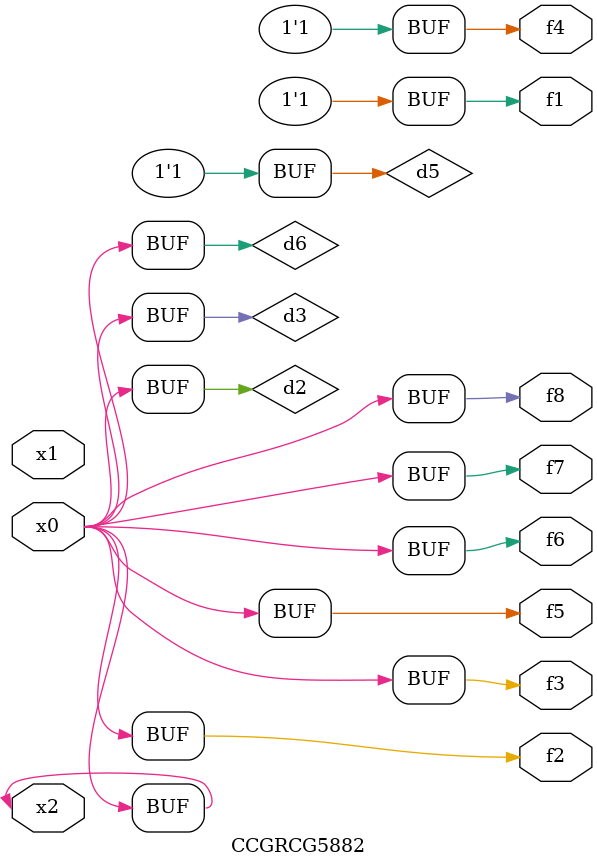
<source format=v>
module CCGRCG5882(
	input x0, x1, x2,
	output f1, f2, f3, f4, f5, f6, f7, f8
);

	wire d1, d2, d3, d4, d5, d6;

	xnor (d1, x2);
	buf (d2, x0, x2);
	and (d3, x0);
	xnor (d4, x1, x2);
	nand (d5, d1, d3);
	buf (d6, d2, d3);
	assign f1 = d5;
	assign f2 = d6;
	assign f3 = d6;
	assign f4 = d5;
	assign f5 = d6;
	assign f6 = d6;
	assign f7 = d6;
	assign f8 = d6;
endmodule

</source>
